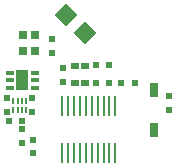
<source format=gbp>
%FSTAX23Y23*%
%MOIN*%
%SFA1B1*%

%IPPOS*%
%AMD55*
4,1,4,-0.038900,0.000000,0.000000,-0.038900,0.038900,0.000000,0.000000,0.038900,-0.038900,0.000000,0.0*
%
%ADD20R,0.021650X0.021650*%
%ADD25R,0.021650X0.021650*%
%ADD50R,0.025590X0.013780*%
%ADD51R,0.043310X0.066930*%
%ADD52R,0.027560X0.029530*%
%ADD53R,0.005910X0.019680*%
%ADD54R,0.009840X0.070870*%
G04~CAMADD=55~10~0.0~551.2~0.0~0.0~0.0~0.0~0~0.0~0.0~0.0~0.0~0~0.0~0.0~0.0~0.0~0~0.0~0.0~0.0~135.0~551.2~0.0*
%ADD55D55*%
%ADD56R,0.029530X0.047240*%
%ADD57R,0.025590X0.023620*%
%LNlogger_layout_v2_5mil-1*%
%LPD*%
G54D20*
X00332Y0038D03*
X00378D03*
Y0032D03*
X00332D03*
X00417D03*
X00463D03*
X00088Y00195D03*
X00042D03*
G54D25*
X00222Y00325D03*
Y00371D03*
X00575Y00278D03*
Y00232D03*
X00185Y00422D03*
Y00468D03*
X0012Y0027D03*
Y00224D03*
X00038Y00271D03*
Y00225D03*
X00123Y00132D03*
Y00086D03*
X00086Y00122D03*
Y00168D03*
G54D50*
X00047Y00304D03*
Y0033D03*
Y00355D03*
X0013D03*
Y0033D03*
Y00304D03*
G54D51*
X00088Y0033D03*
G54D52*
X00129Y00481D03*
Y00428D03*
X0009D03*
Y00481D03*
G54D53*
X001Y00232D03*
X00086D03*
X00072D03*
X00058D03*
Y0026D03*
X00072D03*
X00086D03*
X001D03*
G54D54*
X00221Y00243D03*
Y00086D03*
X00241Y00243D03*
Y00086D03*
X0026Y00243D03*
Y00086D03*
X0028Y00243D03*
Y00086D03*
X003Y00243D03*
Y00086D03*
X00319Y00243D03*
Y00086D03*
X00339Y00243D03*
Y00086D03*
X00359Y00243D03*
Y00086D03*
X00378Y00243D03*
Y00086D03*
X00398Y00243D03*
Y00086D03*
G54D55*
X00295Y00486D03*
X00234Y00547D03*
G54D56*
X00525Y00296D03*
Y00163D03*
G54D57*
X00262Y00322D03*
X00297D03*
Y00377D03*
X00262D03*
M02*
</source>
